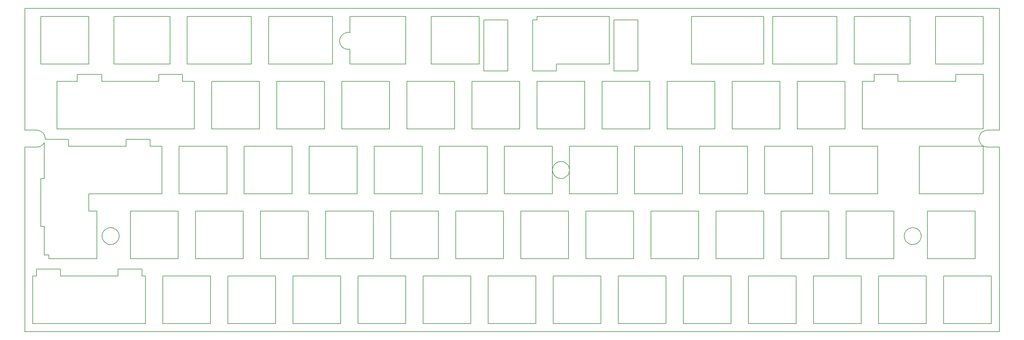
<source format=gbr>
G04 #@! TF.GenerationSoftware,KiCad,Pcbnew,(5.99.0-12762-g961c127ebe)*
G04 #@! TF.CreationDate,2021-11-23T00:03:20+09:00*
G04 #@! TF.ProjectId,plate3,706c6174-6533-42e6-9b69-6361645f7063,rev?*
G04 #@! TF.SameCoordinates,Original*
G04 #@! TF.FileFunction,Profile,NP*
%FSLAX46Y46*%
G04 Gerber Fmt 4.6, Leading zero omitted, Abs format (unit mm)*
G04 Created by KiCad (PCBNEW (5.99.0-12762-g961c127ebe)) date 2021-11-23 00:03:20*
%MOMM*%
%LPD*%
G01*
G04 APERTURE LIST*
G04 #@! TA.AperFunction,Profile*
%ADD10C,0.200000*%
G04 #@! TD*
G04 APERTURE END LIST*
D10*
X15843800Y-73498200D02*
X15843800Y-37762600D01*
X19344800Y-73498200D02*
X15843800Y-73498200D01*
X20117800Y-73620901D02*
X19344800Y-73498200D01*
X20813800Y-73975100D02*
X20117800Y-73620901D01*
X21366800Y-74529000D02*
X20813800Y-73975100D01*
X21720800Y-75226400D02*
X21366800Y-74529000D01*
X21843800Y-75999401D02*
X21720800Y-75226400D01*
X21811895Y-76199600D02*
X21843800Y-75999401D01*
X28649050Y-76199600D02*
X21811895Y-76199600D01*
X28649050Y-78199600D02*
X28649050Y-76199600D01*
X45525050Y-78199600D02*
X28649050Y-78199600D01*
X45525050Y-76199600D02*
X45525050Y-78199600D01*
X52525050Y-76199600D02*
X45525050Y-76199600D01*
X52525050Y-78199600D02*
X52525050Y-76199600D01*
X55993300Y-78199600D02*
X52525050Y-78199600D01*
X55993300Y-92199600D02*
X55993300Y-78199600D01*
X41993300Y-92199600D02*
X55993300Y-92199600D01*
X34562050Y-92205371D02*
X41993300Y-92199600D01*
X34562050Y-97249600D02*
X34562050Y-92205371D01*
X36943300Y-97249600D02*
X34562050Y-97249600D01*
X36943300Y-111249601D02*
X36943300Y-97249600D01*
X22943300Y-111249601D02*
X36943300Y-111249601D01*
X22943300Y-110162600D02*
X22943300Y-111249601D01*
X21562050Y-110162600D02*
X22943300Y-110162600D01*
X21562050Y-101724600D02*
X21562050Y-110162600D01*
X20562050Y-101724600D02*
X21562050Y-101724600D01*
X20562050Y-87724600D02*
X20562050Y-101724600D01*
X21562050Y-87724600D02*
X20562050Y-87724600D01*
X21562050Y-77083812D02*
X21562050Y-87724600D01*
X21366800Y-77468300D02*
X21562050Y-77083812D01*
X20813800Y-78022501D02*
X21366800Y-77468300D01*
X20117800Y-78376400D02*
X20813800Y-78022501D01*
X19344800Y-78499100D02*
X20117800Y-78376400D01*
X15843800Y-78499100D02*
X19344800Y-78499100D01*
X15843800Y-132636601D02*
X15843800Y-78499100D01*
X301217801Y-132636601D02*
X15843800Y-132636601D01*
X301218716Y-78499100D02*
X301217801Y-132636601D01*
X297717121Y-78499100D02*
X301218716Y-78499100D01*
X296945420Y-78376400D02*
X297717121Y-78499100D01*
X296249500Y-78022501D02*
X296945420Y-78376400D01*
X295696910Y-77468300D02*
X296249500Y-78022501D01*
X295341380Y-76771201D02*
X295696910Y-77468300D01*
X295218751Y-75997901D02*
X295341380Y-76771201D01*
X295341380Y-75226400D02*
X295218751Y-75997901D01*
X295696910Y-74529000D02*
X295341380Y-75226400D01*
X296249500Y-73975100D02*
X295696910Y-74529000D01*
X296945420Y-73620901D02*
X296249500Y-73975100D01*
X297718501Y-73498200D02*
X296945420Y-73620901D01*
X301218716Y-73498200D02*
X297718501Y-73498200D01*
X301217801Y-37762600D02*
X301218716Y-73498200D01*
X15843800Y-37762600D02*
X301217801Y-37762600D01*
X99143300Y-78199600D02*
X99143300Y-92199600D01*
X113143300Y-78199600D02*
X99143300Y-78199600D01*
X113143300Y-92199600D02*
X113143300Y-78199600D01*
X99143300Y-92199600D02*
X113143300Y-92199600D01*
X142005800Y-111249601D02*
X156005800Y-111249601D01*
X142005800Y-97249600D02*
X142005800Y-111249601D01*
X156005800Y-97249600D02*
X142005800Y-97249600D01*
X156005800Y-111249601D02*
X156005800Y-97249600D01*
X280118300Y-97249600D02*
X280118300Y-111249601D01*
X294118300Y-97249600D02*
X280118300Y-97249600D01*
X294118300Y-111249601D02*
X294118300Y-97249600D01*
X280118300Y-111249601D02*
X294118300Y-111249601D01*
X134862050Y-54099600D02*
X148862050Y-54099600D01*
X134862050Y-40099600D02*
X134862050Y-54099600D01*
X148862050Y-40099600D02*
X134862050Y-40099600D01*
X148862050Y-54099600D02*
X148862050Y-40099600D01*
X256305800Y-97249600D02*
X256305800Y-111249601D01*
X270305801Y-97249600D02*
X256305800Y-97249600D01*
X270305801Y-111249601D02*
X270305801Y-97249600D01*
X256305800Y-111249601D02*
X270305801Y-111249601D01*
X258687050Y-54099600D02*
X275068301Y-54099600D01*
X258687050Y-40099600D02*
X258687050Y-54099600D01*
X275068301Y-40099600D02*
X258687050Y-40099600D01*
X275068301Y-54099600D02*
X275068301Y-40099600D01*
X137243300Y-78199600D02*
X137243300Y-92199600D01*
X151243300Y-78199600D02*
X137243300Y-78199600D01*
X151243300Y-92199600D02*
X151243300Y-78199600D01*
X137243300Y-92199600D02*
X151243300Y-92199600D01*
X277737050Y-78199600D02*
X277737050Y-92199600D01*
X296499550Y-78199600D02*
X277737050Y-78199600D01*
X296499550Y-92199600D02*
X296499550Y-78199600D01*
X277737050Y-92199600D02*
X296499550Y-92199600D01*
X87237050Y-54099600D02*
X105999550Y-54099600D01*
X87237050Y-40099600D02*
X87237050Y-54099600D01*
X105999550Y-40099600D02*
X87237050Y-40099600D01*
X105999550Y-54099600D02*
X105999550Y-40099600D01*
X136955800Y-111249601D02*
X136955800Y-97249600D01*
X122955800Y-111249601D02*
X136955800Y-111249601D01*
X122955800Y-97249600D02*
X122955800Y-111249601D01*
X136955800Y-97249600D02*
X122955800Y-97249600D01*
X94380800Y-116299601D02*
X94380800Y-130299600D01*
X108380800Y-116299601D02*
X94380800Y-116299601D01*
X108380800Y-130299600D02*
X108380800Y-116299601D01*
X94380800Y-130299600D02*
X108380800Y-130299600D01*
X127430800Y-130299600D02*
X127430800Y-116299601D01*
X113430800Y-130299600D02*
X127430800Y-130299600D01*
X113430800Y-116299601D02*
X113430800Y-130299600D01*
X127430800Y-116299601D02*
X113430800Y-116299601D01*
X127718300Y-73149600D02*
X141718300Y-73149600D01*
X127718300Y-59149600D02*
X127718300Y-73149600D01*
X141718300Y-59149600D02*
X127718300Y-59149600D01*
X141718300Y-73149600D02*
X141718300Y-59149600D01*
X75330800Y-130299600D02*
X89330800Y-130299600D01*
X75330800Y-116299601D02*
X75330800Y-130299600D01*
X89330800Y-116299601D02*
X75330800Y-116299601D01*
X89330800Y-130299600D02*
X89330800Y-116299601D01*
X70568300Y-73149600D02*
X84568300Y-73149600D01*
X70568300Y-59149600D02*
X70568300Y-73149600D01*
X84568300Y-59149600D02*
X70568300Y-59149600D01*
X84568300Y-73149600D02*
X84568300Y-59149600D01*
X213155800Y-111249601D02*
X213155800Y-97249600D01*
X199155800Y-111249601D02*
X213155800Y-111249601D01*
X199155800Y-97249600D02*
X199155800Y-111249601D01*
X213155800Y-97249600D02*
X199155800Y-97249600D01*
X282499550Y-54099600D02*
X296499550Y-54099600D01*
X282499550Y-40099600D02*
X282499550Y-54099600D01*
X296499550Y-40099600D02*
X282499550Y-40099600D01*
X296499550Y-54099600D02*
X296499550Y-40099600D01*
X46755800Y-111249601D02*
X60755800Y-111249601D01*
X46755800Y-97249600D02*
X46755800Y-111249601D01*
X60755800Y-97249600D02*
X46755800Y-97249600D01*
X60755800Y-111249601D02*
X60755800Y-97249600D01*
X276604201Y-106976401D02*
X277300100Y-106622201D01*
X275831100Y-107098801D02*
X276604201Y-106976401D01*
X275058001Y-106976401D02*
X275831100Y-107098801D01*
X274362100Y-106622201D02*
X275058001Y-106976401D01*
X273810901Y-106068401D02*
X274362100Y-106622201D01*
X273454000Y-105372301D02*
X273810901Y-106068401D01*
X273331401Y-104598001D02*
X273454000Y-105372301D01*
X273454000Y-103826101D02*
X273331401Y-104598001D01*
X273810901Y-103130101D02*
X273454000Y-103826101D01*
X274362100Y-102576200D02*
X273810901Y-103130101D01*
X275058001Y-102222001D02*
X274362100Y-102576200D01*
X275831100Y-102098200D02*
X275058001Y-102222001D01*
X276604201Y-102222001D02*
X275831100Y-102098200D01*
X277300100Y-102576200D02*
X276604201Y-102222001D01*
X277854100Y-103130101D02*
X277300100Y-102576200D01*
X278208200Y-103826101D02*
X277854100Y-103130101D01*
X278330901Y-104598001D02*
X278208200Y-103826101D01*
X278208200Y-105372301D02*
X278330901Y-104598001D01*
X277854100Y-106068401D02*
X278208200Y-105372301D01*
X277300100Y-106622201D02*
X277854100Y-106068401D01*
X195400050Y-56099600D02*
X195400050Y-41099600D01*
X188368300Y-56099600D02*
X195400050Y-56099600D01*
X188368300Y-41099600D02*
X188368300Y-56099600D01*
X195400050Y-41099600D02*
X188368300Y-41099600D01*
X170453800Y-84426201D02*
X170329800Y-85197700D01*
X170807800Y-83728700D02*
X170453800Y-84426201D01*
X171361800Y-83176300D02*
X170807800Y-83728700D01*
X172057800Y-82820701D02*
X171361800Y-83176300D01*
X172830800Y-82697900D02*
X172057800Y-82820701D01*
X173603800Y-82820701D02*
X172830800Y-82697900D01*
X174299800Y-83176300D02*
X173603800Y-82820701D01*
X174853800Y-83728700D02*
X174299800Y-83176300D01*
X175210800Y-84426201D02*
X174853800Y-83728700D01*
X175330800Y-85197700D02*
X175210800Y-84426201D01*
X175210800Y-85972400D02*
X175330800Y-85197700D01*
X174853800Y-86668101D02*
X175210800Y-85972400D01*
X174299800Y-87222300D02*
X174853800Y-86668101D01*
X173603800Y-87576501D02*
X174299800Y-87222300D01*
X172830800Y-87697501D02*
X173603800Y-87576501D01*
X172057800Y-87576501D02*
X172830800Y-87697501D01*
X171361800Y-87222300D02*
X172057800Y-87576501D01*
X170807800Y-86668101D02*
X171361800Y-87222300D01*
X170453800Y-85972400D02*
X170807800Y-86668101D01*
X170329800Y-85197700D02*
X170453800Y-85972400D01*
X208393300Y-92199600D02*
X208393300Y-78199600D01*
X194393300Y-92199600D02*
X208393300Y-92199600D01*
X194393300Y-78199600D02*
X194393300Y-92199600D01*
X208393300Y-78199600D02*
X194393300Y-78199600D01*
X175343300Y-92199600D02*
X189343300Y-92199600D01*
X175343300Y-78199600D02*
X175343300Y-92199600D01*
X189343300Y-78199600D02*
X175343300Y-78199600D01*
X189343300Y-92199600D02*
X189343300Y-78199600D01*
X222968300Y-73149600D02*
X236968300Y-73149600D01*
X222968300Y-59149600D02*
X222968300Y-73149600D01*
X236968300Y-59149600D02*
X222968300Y-59149600D01*
X236968300Y-73149600D02*
X236968300Y-59149600D01*
X171524050Y-56099600D02*
X171524050Y-54099600D01*
X164524050Y-56099600D02*
X171524050Y-56099600D01*
X164524050Y-41099600D02*
X164524050Y-56099600D01*
X165818300Y-41099600D02*
X164524050Y-41099600D01*
X165818300Y-40099600D02*
X165818300Y-41099600D01*
X186962050Y-40099600D02*
X165818300Y-40099600D01*
X186962050Y-54099600D02*
X186962050Y-40099600D01*
X171524050Y-54099600D02*
X186962050Y-54099600D01*
X208680800Y-116299601D02*
X208680800Y-130299600D01*
X222680800Y-116299601D02*
X208680800Y-116299601D01*
X222680800Y-130299600D02*
X222680800Y-116299601D01*
X208680800Y-130299600D02*
X222680800Y-130299600D01*
X232205800Y-54099600D02*
X232205800Y-40099600D01*
X211062050Y-54099600D02*
X232205800Y-54099600D01*
X211062050Y-40099600D02*
X211062050Y-54099600D01*
X232205800Y-40099600D02*
X211062050Y-40099600D01*
X75043300Y-92199600D02*
X75043300Y-78199600D01*
X61043300Y-92199600D02*
X75043300Y-92199600D01*
X61043300Y-78199600D02*
X61043300Y-92199600D01*
X75043300Y-78199600D02*
X61043300Y-78199600D01*
X55050050Y-57149600D02*
X55050050Y-59149600D01*
X62050050Y-57149600D02*
X55050050Y-57149600D01*
X62050050Y-59149600D02*
X62050050Y-57149600D01*
X65518300Y-59149600D02*
X62050050Y-59149600D01*
X65518300Y-73149600D02*
X65518300Y-59149600D01*
X25324550Y-73149600D02*
X65518300Y-73149600D01*
X25324550Y-59149600D02*
X25324550Y-73149600D01*
X31174050Y-59149600D02*
X25324550Y-59149600D01*
X31174050Y-57149600D02*
X31174050Y-59149600D01*
X38443463Y-57149600D02*
X31174050Y-57149600D01*
X38443463Y-59149600D02*
X38443463Y-57149600D01*
X55050050Y-59149600D02*
X38443463Y-59149600D01*
X51230789Y-116299600D02*
X50143885Y-116299600D01*
X51230789Y-130299600D02*
X51230789Y-116299600D01*
X18180787Y-130299600D02*
X51230789Y-130299600D01*
X18180787Y-116299600D02*
X18180787Y-130299600D01*
X19267800Y-116299600D02*
X18180787Y-116299600D01*
X19267800Y-114299600D02*
X19267800Y-116299600D01*
X26267800Y-114299600D02*
X19267800Y-114299600D01*
X26267728Y-116299601D02*
X26267800Y-114299600D01*
X41705800Y-116299601D02*
X26267728Y-116299601D01*
X43143800Y-116299600D02*
X41705800Y-116299601D01*
X43143800Y-114299600D02*
X43143800Y-116299600D01*
X50143800Y-114299600D02*
X43143800Y-114299600D01*
X50143885Y-116299600D02*
X50143800Y-114299600D01*
X41993300Y-54099600D02*
X58374550Y-54099600D01*
X41993300Y-40099600D02*
X41993300Y-54099600D01*
X58374550Y-40099600D02*
X41993300Y-40099600D01*
X58374550Y-54099600D02*
X58374550Y-40099600D01*
X38604800Y-105372301D02*
X38959800Y-106068401D01*
X38481801Y-104598001D02*
X38604800Y-105372301D01*
X38604800Y-103826101D02*
X38481801Y-104598001D01*
X38959800Y-103130101D02*
X38604800Y-103826101D01*
X39512801Y-102576200D02*
X38959800Y-103130101D01*
X40209800Y-102222001D02*
X39512801Y-102576200D01*
X40981801Y-102098200D02*
X40209800Y-102222001D01*
X41754800Y-102222001D02*
X40981801Y-102098200D01*
X42451800Y-102576200D02*
X41754800Y-102222001D01*
X43004800Y-103130101D02*
X42451800Y-102576200D01*
X43359800Y-103826101D02*
X43004800Y-103130101D01*
X43481801Y-104598001D02*
X43359800Y-103826101D01*
X43359800Y-105372301D02*
X43481801Y-104598001D01*
X43004800Y-106068401D02*
X43359800Y-105372301D01*
X42451800Y-106622201D02*
X43004800Y-106068401D01*
X41754800Y-106976401D02*
X42451800Y-106622201D01*
X40981801Y-107098801D02*
X41754800Y-106976401D01*
X40209800Y-106976401D02*
X40981801Y-107098801D01*
X39512801Y-106622201D02*
X40209800Y-106976401D01*
X38959800Y-106068401D02*
X39512801Y-106622201D01*
X227730800Y-130299600D02*
X241730800Y-130299600D01*
X227730800Y-116299601D02*
X227730800Y-130299600D01*
X241730800Y-116299601D02*
X227730800Y-116299601D01*
X241730800Y-130299600D02*
X241730800Y-116299601D01*
X56280800Y-116299601D02*
X56280800Y-130299600D01*
X70280800Y-116299601D02*
X56280800Y-116299601D01*
X70280800Y-130299600D02*
X70280800Y-116299601D01*
X56280800Y-130299600D02*
X70280800Y-130299600D01*
X156293300Y-78199600D02*
X156293300Y-92199600D01*
X170293300Y-78199600D02*
X156293300Y-78199600D01*
X170293300Y-92199600D02*
X170293300Y-78199600D01*
X156293300Y-92199600D02*
X170293300Y-92199600D01*
X165530800Y-130299600D02*
X165530800Y-116299601D01*
X151530800Y-130299600D02*
X165530800Y-130299600D01*
X151530800Y-116299601D02*
X151530800Y-130299600D01*
X165530800Y-116299601D02*
X151530800Y-116299601D01*
X203630800Y-130299600D02*
X203630800Y-116299601D01*
X189630800Y-130299600D02*
X203630800Y-130299600D01*
X189630800Y-116299601D02*
X189630800Y-130299600D01*
X203630800Y-116299601D02*
X189630800Y-116299601D01*
X65805800Y-111249601D02*
X79805800Y-111249601D01*
X65805800Y-97249600D02*
X65805800Y-111249601D01*
X79805800Y-97249600D02*
X65805800Y-97249600D01*
X79805800Y-111249601D02*
X79805800Y-97249600D01*
X146768300Y-73149600D02*
X160768300Y-73149600D01*
X146768300Y-59149600D02*
X146768300Y-73149600D01*
X160768300Y-59149600D02*
X146768300Y-59149600D01*
X160768300Y-73149600D02*
X160768300Y-59149600D01*
X232493300Y-92199600D02*
X246493300Y-92199600D01*
X232493300Y-78199600D02*
X232493300Y-92199600D01*
X246493300Y-78199600D02*
X232493300Y-78199600D01*
X246493300Y-92199600D02*
X246493300Y-78199600D01*
X284880801Y-130299600D02*
X298880800Y-130299600D01*
X284880801Y-116299601D02*
X284880801Y-130299600D01*
X298880800Y-116299601D02*
X284880801Y-116299601D01*
X298880800Y-130299600D02*
X298880800Y-116299601D01*
X242018300Y-73149600D02*
X256018300Y-73149600D01*
X242018300Y-59149600D02*
X242018300Y-73149600D01*
X256018300Y-59149600D02*
X242018300Y-59149600D01*
X256018300Y-73149600D02*
X256018300Y-59149600D01*
X265830800Y-116299601D02*
X265830800Y-130299600D01*
X279830800Y-116299601D02*
X265830800Y-116299601D01*
X279830800Y-130299600D02*
X279830800Y-116299601D01*
X265830800Y-130299600D02*
X279830800Y-130299600D01*
X132480800Y-130299600D02*
X146480800Y-130299600D01*
X132480800Y-116299601D02*
X132480800Y-130299600D01*
X146480800Y-116299601D02*
X132480800Y-116299601D01*
X146480800Y-130299600D02*
X146480800Y-116299601D01*
X271495494Y-59149600D02*
X271495494Y-57149600D01*
X288412551Y-59149600D02*
X271495494Y-59149600D01*
X288412551Y-57149600D02*
X288412551Y-59149600D01*
X296499550Y-57149600D02*
X288412551Y-57149600D01*
X296499550Y-73149600D02*
X296499550Y-57149600D01*
X261068301Y-73149600D02*
X296499550Y-73149600D01*
X261068301Y-59149600D02*
X261068301Y-73149600D01*
X264405800Y-59149600D02*
X261068301Y-59149600D01*
X264405800Y-59149501D02*
X264405800Y-59149600D01*
X264535799Y-59149501D02*
X264405800Y-59149501D01*
X264535799Y-59144597D02*
X264535799Y-59149501D01*
X264536550Y-59144597D02*
X264535799Y-59144597D01*
X264536550Y-57149600D02*
X264536550Y-59144597D01*
X271495494Y-57149600D02*
X264536550Y-57149600D01*
X232205800Y-111249601D02*
X232205800Y-97249600D01*
X218205800Y-111249601D02*
X232205800Y-111249601D01*
X218205800Y-97249600D02*
X218205800Y-111249601D01*
X232205800Y-97249600D02*
X218205800Y-97249600D01*
X179818300Y-73149600D02*
X179818300Y-59149600D01*
X165818300Y-73149600D02*
X179818300Y-73149600D01*
X165818300Y-59149600D02*
X165818300Y-73149600D01*
X179818300Y-59149600D02*
X165818300Y-59149600D01*
X213443300Y-78199600D02*
X213443300Y-92199600D01*
X227443300Y-78199600D02*
X213443300Y-78199600D01*
X227443300Y-92199600D02*
X227443300Y-78199600D01*
X213443300Y-92199600D02*
X227443300Y-92199600D01*
X63424550Y-54099600D02*
X82187050Y-54099600D01*
X63424550Y-40099600D02*
X63424550Y-54099600D01*
X82187050Y-40099600D02*
X63424550Y-40099600D01*
X82187050Y-54099600D02*
X82187050Y-40099600D01*
X194105800Y-111249601D02*
X194105800Y-97249600D01*
X180105800Y-111249601D02*
X194105800Y-111249601D01*
X180105800Y-97249600D02*
X180105800Y-111249601D01*
X194105800Y-97249600D02*
X180105800Y-97249600D01*
X20562050Y-54099600D02*
X34562050Y-54099600D01*
X20562050Y-40099600D02*
X20562050Y-54099600D01*
X34562050Y-40099600D02*
X20562050Y-40099600D01*
X34562050Y-54099600D02*
X34562050Y-40099600D01*
X184868300Y-73149600D02*
X198868300Y-73149600D01*
X184868300Y-59149600D02*
X184868300Y-73149600D01*
X198868300Y-59149600D02*
X184868300Y-59149600D01*
X198868300Y-73149600D02*
X198868300Y-59149600D01*
X217918300Y-73149600D02*
X217918300Y-59149600D01*
X203918300Y-73149600D02*
X217918300Y-73149600D01*
X203918300Y-59149600D02*
X203918300Y-73149600D01*
X217918300Y-59149600D02*
X203918300Y-59149600D01*
X118193300Y-78199600D02*
X118193300Y-92199600D01*
X132193300Y-78199600D02*
X118193300Y-78199600D01*
X132193300Y-92199600D02*
X132193300Y-78199600D01*
X118193300Y-92199600D02*
X132193300Y-92199600D01*
X108668300Y-59149600D02*
X108668300Y-73149600D01*
X122668300Y-59149600D02*
X108668300Y-59149600D01*
X122668300Y-73149600D02*
X122668300Y-59149600D01*
X108668300Y-73149600D02*
X122668300Y-73149600D01*
X150268300Y-56099600D02*
X157268300Y-56099600D01*
X150268300Y-41099600D02*
X150268300Y-56099600D01*
X157268300Y-41099600D02*
X150268300Y-41099600D01*
X157268300Y-56099600D02*
X157268300Y-41099600D01*
X80093300Y-92199600D02*
X94093300Y-92199600D01*
X80093300Y-78199600D02*
X80093300Y-92199600D01*
X94093300Y-78199600D02*
X80093300Y-78199600D01*
X94093300Y-92199600D02*
X94093300Y-78199600D01*
X84855800Y-97249600D02*
X84855800Y-111249601D01*
X98855800Y-97249600D02*
X84855800Y-97249600D01*
X98855800Y-111249601D02*
X98855800Y-97249600D01*
X84855800Y-111249601D02*
X98855800Y-111249601D01*
X251543300Y-92199600D02*
X265543300Y-92199600D01*
X251543300Y-78199600D02*
X251543300Y-92199600D01*
X265543300Y-78199600D02*
X251543300Y-78199600D01*
X265543300Y-92199600D02*
X265543300Y-78199600D01*
X175055800Y-111249601D02*
X175055800Y-97249600D01*
X161055800Y-111249601D02*
X175055800Y-111249601D01*
X161055800Y-97249600D02*
X161055800Y-111249601D01*
X175055800Y-97249600D02*
X161055800Y-97249600D01*
X103905800Y-111249601D02*
X117905800Y-111249601D01*
X103905800Y-97249600D02*
X103905800Y-111249601D01*
X117905800Y-97249600D02*
X103905800Y-97249600D01*
X117905800Y-111249601D02*
X117905800Y-97249600D01*
X246780800Y-116299601D02*
X246780800Y-130299600D01*
X260780800Y-116299601D02*
X246780800Y-116299601D01*
X260780800Y-130299600D02*
X260780800Y-116299601D01*
X246780800Y-130299600D02*
X260780800Y-130299600D01*
X89618300Y-73149600D02*
X103618300Y-73149600D01*
X89618300Y-59149600D02*
X89618300Y-73149600D01*
X103618300Y-59149600D02*
X89618300Y-59149600D01*
X103618300Y-73149600D02*
X103618300Y-59149600D01*
X234874550Y-40099600D02*
X234874550Y-54099600D01*
X253637050Y-40099600D02*
X234874550Y-40099600D01*
X253637050Y-54099600D02*
X253637050Y-40099600D01*
X234874550Y-54099600D02*
X253637050Y-54099600D01*
X170580801Y-130299600D02*
X184580800Y-130299600D01*
X170580801Y-116299601D02*
X170580801Y-130299600D01*
X184580800Y-116299601D02*
X170580801Y-116299601D01*
X184580800Y-130299600D02*
X184580800Y-116299601D01*
X237255800Y-97249600D02*
X237255800Y-111249601D01*
X251255800Y-97249600D02*
X237255800Y-97249600D01*
X251255800Y-111249601D02*
X251255800Y-97249600D01*
X237255800Y-111249601D02*
X251255800Y-111249601D01*
X111049550Y-49716565D02*
X111049550Y-54099600D01*
X110530800Y-49798801D02*
X111049550Y-49716565D01*
X109757800Y-49676100D02*
X110530800Y-49798801D01*
X109060800Y-49320600D02*
X109757800Y-49676100D01*
X108508800Y-48768000D02*
X109060800Y-49320600D01*
X108153800Y-48070700D02*
X108508800Y-48768000D01*
X108031800Y-47299020D02*
X108153800Y-48070700D01*
X108153800Y-46525940D02*
X108031800Y-47299020D01*
X108508800Y-45830050D02*
X108153800Y-46525940D01*
X109060800Y-45276051D02*
X108508800Y-45830050D01*
X109757800Y-44921900D02*
X109060800Y-45276051D01*
X110530800Y-44799270D02*
X109757800Y-44921900D01*
X111049550Y-44881460D02*
X110530800Y-44799270D01*
X111049550Y-40099600D02*
X111049550Y-44881460D01*
X127430800Y-40099600D02*
X111049550Y-40099600D01*
X127430800Y-54099600D02*
X127430800Y-40099600D01*
X111049550Y-54099600D02*
X127430800Y-54099600D01*
M02*

</source>
